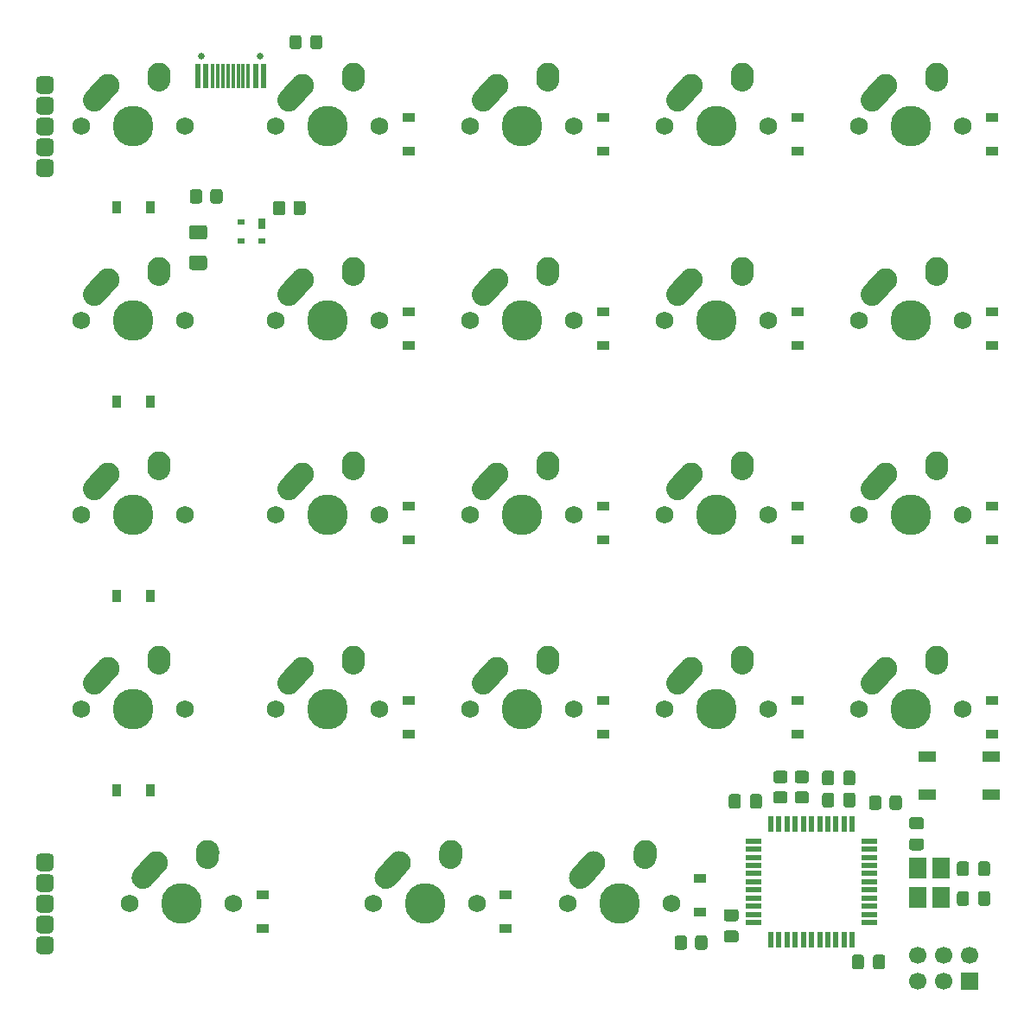
<source format=gbs>
%TF.GenerationSoftware,KiCad,Pcbnew,(5.1.12)-1*%
%TF.CreationDate,2022-01-06T16:35:48-05:00*%
%TF.ProjectId,gasket-2,6761736b-6574-42d3-922e-6b696361645f,rev?*%
%TF.SameCoordinates,Original*%
%TF.FileFunction,Soldermask,Bot*%
%TF.FilePolarity,Negative*%
%FSLAX46Y46*%
G04 Gerber Fmt 4.6, Leading zero omitted, Abs format (unit mm)*
G04 Created by KiCad (PCBNEW (5.1.12)-1) date 2022-01-06 16:35:48*
%MOMM*%
%LPD*%
G01*
G04 APERTURE LIST*
%ADD10C,1.750000*%
%ADD11C,2.250000*%
%ADD12C,3.987800*%
%ADD13R,1.800000X2.100000*%
%ADD14R,0.600000X2.450000*%
%ADD15R,0.300000X2.450000*%
%ADD16C,0.650000*%
%ADD17R,0.700000X0.600000*%
%ADD18R,0.700000X1.000000*%
%ADD19R,0.550000X1.500000*%
%ADD20R,1.500000X0.550000*%
%ADD21R,1.800000X1.100000*%
%ADD22R,1.700000X1.700000*%
%ADD23C,1.700000*%
%ADD24R,1.200000X0.900000*%
%ADD25R,0.900000X1.200000*%
G04 APERTURE END LIST*
D10*
%TO.C,MX25*%
X131286250Y-50006250D03*
X121126250Y-50006250D03*
D11*
X123706250Y-46006250D03*
D12*
X126206250Y-50006250D03*
G36*
G01*
X121644938Y-48303600D02*
X121644933Y-48303595D01*
G75*
G02*
X121558905Y-46714933I751317J837345D01*
G01*
X122868907Y-45254933D01*
G75*
G02*
X124457569Y-45168905I837345J-751317D01*
G01*
X124457569Y-45168905D01*
G75*
G02*
X124543597Y-46757567I-751317J-837345D01*
G01*
X123233595Y-48217567D01*
G75*
G02*
X121644933Y-48303595I-837345J751317D01*
G01*
G37*
D11*
X128746250Y-44926250D03*
G36*
G01*
X128629733Y-46628645D02*
X128628847Y-46628584D01*
G75*
G02*
X127583916Y-45428847I77403J1122334D01*
G01*
X127623916Y-44848847D01*
G75*
G02*
X128823653Y-43803916I1122334J-77403D01*
G01*
X128823653Y-43803916D01*
G75*
G02*
X129868584Y-45003653I-77403J-1122334D01*
G01*
X129828584Y-45583653D01*
G75*
G02*
X128628847Y-46628584I-1122334J77403D01*
G01*
G37*
%TD*%
D10*
%TO.C,MX26*%
X131286250Y-69056250D03*
X121126250Y-69056250D03*
D11*
X123706250Y-65056250D03*
D12*
X126206250Y-69056250D03*
G36*
G01*
X121644938Y-67353600D02*
X121644933Y-67353595D01*
G75*
G02*
X121558905Y-65764933I751317J837345D01*
G01*
X122868907Y-64304933D01*
G75*
G02*
X124457569Y-64218905I837345J-751317D01*
G01*
X124457569Y-64218905D01*
G75*
G02*
X124543597Y-65807567I-751317J-837345D01*
G01*
X123233595Y-67267567D01*
G75*
G02*
X121644933Y-67353595I-837345J751317D01*
G01*
G37*
D11*
X128746250Y-63976250D03*
G36*
G01*
X128629733Y-65678645D02*
X128628847Y-65678584D01*
G75*
G02*
X127583916Y-64478847I77403J1122334D01*
G01*
X127623916Y-63898847D01*
G75*
G02*
X128823653Y-62853916I1122334J-77403D01*
G01*
X128823653Y-62853916D01*
G75*
G02*
X129868584Y-64053653I-77403J-1122334D01*
G01*
X129828584Y-64633653D01*
G75*
G02*
X128628847Y-65678584I-1122334J77403D01*
G01*
G37*
%TD*%
%TO.C,M2*%
G36*
G01*
X118418300Y-102685850D02*
X118418300Y-103562150D01*
G75*
G02*
X117980150Y-104000300I-438150J0D01*
G01*
X117103850Y-104000300D01*
G75*
G02*
X116665700Y-103562150I0J438150D01*
G01*
X116665700Y-102685850D01*
G75*
G02*
X117103850Y-102247700I438150J0D01*
G01*
X117980150Y-102247700D01*
G75*
G02*
X118418300Y-102685850I0J-438150D01*
G01*
G37*
G36*
G01*
X118418300Y-104717850D02*
X118418300Y-105594150D01*
G75*
G02*
X117980150Y-106032300I-438150J0D01*
G01*
X117103850Y-106032300D01*
G75*
G02*
X116665700Y-105594150I0J438150D01*
G01*
X116665700Y-104717850D01*
G75*
G02*
X117103850Y-104279700I438150J0D01*
G01*
X117980150Y-104279700D01*
G75*
G02*
X118418300Y-104717850I0J-438150D01*
G01*
G37*
G36*
G01*
X118418300Y-106749850D02*
X118418300Y-107626150D01*
G75*
G02*
X117980150Y-108064300I-438150J0D01*
G01*
X117103850Y-108064300D01*
G75*
G02*
X116665700Y-107626150I0J438150D01*
G01*
X116665700Y-106749850D01*
G75*
G02*
X117103850Y-106311700I438150J0D01*
G01*
X117980150Y-106311700D01*
G75*
G02*
X118418300Y-106749850I0J-438150D01*
G01*
G37*
G36*
G01*
X118418300Y-108781850D02*
X118418300Y-109658150D01*
G75*
G02*
X117980150Y-110096300I-438150J0D01*
G01*
X117103850Y-110096300D01*
G75*
G02*
X116665700Y-109658150I0J438150D01*
G01*
X116665700Y-108781850D01*
G75*
G02*
X117103850Y-108343700I438150J0D01*
G01*
X117980150Y-108343700D01*
G75*
G02*
X118418300Y-108781850I0J-438150D01*
G01*
G37*
G36*
G01*
X118418300Y-110813850D02*
X118418300Y-111690150D01*
G75*
G02*
X117980150Y-112128300I-438150J0D01*
G01*
X117103850Y-112128300D01*
G75*
G02*
X116665700Y-111690150I0J438150D01*
G01*
X116665700Y-110813850D01*
G75*
G02*
X117103850Y-110375700I438150J0D01*
G01*
X117980150Y-110375700D01*
G75*
G02*
X118418300Y-110813850I0J-438150D01*
G01*
G37*
%TD*%
%TO.C,M1*%
G36*
G01*
X116663700Y-35490150D02*
X116663700Y-34613850D01*
G75*
G02*
X117101850Y-34175700I438150J0D01*
G01*
X117978150Y-34175700D01*
G75*
G02*
X118416300Y-34613850I0J-438150D01*
G01*
X118416300Y-35490150D01*
G75*
G02*
X117978150Y-35928300I-438150J0D01*
G01*
X117101850Y-35928300D01*
G75*
G02*
X116663700Y-35490150I0J438150D01*
G01*
G37*
G36*
G01*
X116663700Y-33458150D02*
X116663700Y-32581850D01*
G75*
G02*
X117101850Y-32143700I438150J0D01*
G01*
X117978150Y-32143700D01*
G75*
G02*
X118416300Y-32581850I0J-438150D01*
G01*
X118416300Y-33458150D01*
G75*
G02*
X117978150Y-33896300I-438150J0D01*
G01*
X117101850Y-33896300D01*
G75*
G02*
X116663700Y-33458150I0J438150D01*
G01*
G37*
G36*
G01*
X116663700Y-31426150D02*
X116663700Y-30549850D01*
G75*
G02*
X117101850Y-30111700I438150J0D01*
G01*
X117978150Y-30111700D01*
G75*
G02*
X118416300Y-30549850I0J-438150D01*
G01*
X118416300Y-31426150D01*
G75*
G02*
X117978150Y-31864300I-438150J0D01*
G01*
X117101850Y-31864300D01*
G75*
G02*
X116663700Y-31426150I0J438150D01*
G01*
G37*
G36*
G01*
X116663700Y-29394150D02*
X116663700Y-28517850D01*
G75*
G02*
X117101850Y-28079700I438150J0D01*
G01*
X117978150Y-28079700D01*
G75*
G02*
X118416300Y-28517850I0J-438150D01*
G01*
X118416300Y-29394150D01*
G75*
G02*
X117978150Y-29832300I-438150J0D01*
G01*
X117101850Y-29832300D01*
G75*
G02*
X116663700Y-29394150I0J438150D01*
G01*
G37*
G36*
G01*
X116663700Y-27362150D02*
X116663700Y-26485850D01*
G75*
G02*
X117101850Y-26047700I438150J0D01*
G01*
X117978150Y-26047700D01*
G75*
G02*
X118416300Y-26485850I0J-438150D01*
G01*
X118416300Y-27362150D01*
G75*
G02*
X117978150Y-27800300I-438150J0D01*
G01*
X117101850Y-27800300D01*
G75*
G02*
X116663700Y-27362150I0J438150D01*
G01*
G37*
%TD*%
D10*
%TO.C,MX24*%
X131286250Y-30956250D03*
X121126250Y-30956250D03*
D11*
X123706250Y-26956250D03*
D12*
X126206250Y-30956250D03*
G36*
G01*
X121644938Y-29253600D02*
X121644933Y-29253595D01*
G75*
G02*
X121558905Y-27664933I751317J837345D01*
G01*
X122868907Y-26204933D01*
G75*
G02*
X124457569Y-26118905I837345J-751317D01*
G01*
X124457569Y-26118905D01*
G75*
G02*
X124543597Y-27707567I-751317J-837345D01*
G01*
X123233595Y-29167567D01*
G75*
G02*
X121644933Y-29253595I-837345J751317D01*
G01*
G37*
D11*
X128746250Y-25876250D03*
G36*
G01*
X128629733Y-27578645D02*
X128628847Y-27578584D01*
G75*
G02*
X127583916Y-26378847I77403J1122334D01*
G01*
X127623916Y-25798847D01*
G75*
G02*
X128823653Y-24753916I1122334J-77403D01*
G01*
X128823653Y-24753916D01*
G75*
G02*
X129868584Y-25953653I-77403J-1122334D01*
G01*
X129828584Y-26533653D01*
G75*
G02*
X128628847Y-27578584I-1122334J77403D01*
G01*
G37*
%TD*%
%TO.C,FB1*%
G36*
G01*
X142670000Y-22282999D02*
X142670000Y-23183001D01*
G75*
G02*
X142420001Y-23433000I-249999J0D01*
G01*
X141769999Y-23433000D01*
G75*
G02*
X141520000Y-23183001I0J249999D01*
G01*
X141520000Y-22282999D01*
G75*
G02*
X141769999Y-22033000I249999J0D01*
G01*
X142420001Y-22033000D01*
G75*
G02*
X142670000Y-22282999I0J-249999D01*
G01*
G37*
G36*
G01*
X144720000Y-22282999D02*
X144720000Y-23183001D01*
G75*
G02*
X144470001Y-23433000I-249999J0D01*
G01*
X143819999Y-23433000D01*
G75*
G02*
X143570000Y-23183001I0J249999D01*
G01*
X143570000Y-22282999D01*
G75*
G02*
X143819999Y-22033000I249999J0D01*
G01*
X144470001Y-22033000D01*
G75*
G02*
X144720000Y-22282999I0J-249999D01*
G01*
G37*
%TD*%
D10*
%TO.C,MX46*%
X207486250Y-88106250D03*
X197326250Y-88106250D03*
D11*
X199906250Y-84106250D03*
D12*
X202406250Y-88106250D03*
G36*
G01*
X197844938Y-86403600D02*
X197844933Y-86403595D01*
G75*
G02*
X197758905Y-84814933I751317J837345D01*
G01*
X199068907Y-83354933D01*
G75*
G02*
X200657569Y-83268905I837345J-751317D01*
G01*
X200657569Y-83268905D01*
G75*
G02*
X200743597Y-84857567I-751317J-837345D01*
G01*
X199433595Y-86317567D01*
G75*
G02*
X197844933Y-86403595I-837345J751317D01*
G01*
G37*
D11*
X204946250Y-83026250D03*
G36*
G01*
X204829733Y-84728645D02*
X204828847Y-84728584D01*
G75*
G02*
X203783916Y-83528847I77403J1122334D01*
G01*
X203823916Y-82948847D01*
G75*
G02*
X205023653Y-81903916I1122334J-77403D01*
G01*
X205023653Y-81903916D01*
G75*
G02*
X206068584Y-83103653I-77403J-1122334D01*
G01*
X206028584Y-83683653D01*
G75*
G02*
X204828847Y-84728584I-1122334J77403D01*
G01*
G37*
%TD*%
D10*
%TO.C,MX42*%
X188436250Y-88106250D03*
X178276250Y-88106250D03*
D11*
X180856250Y-84106250D03*
D12*
X183356250Y-88106250D03*
G36*
G01*
X178794938Y-86403600D02*
X178794933Y-86403595D01*
G75*
G02*
X178708905Y-84814933I751317J837345D01*
G01*
X180018907Y-83354933D01*
G75*
G02*
X181607569Y-83268905I837345J-751317D01*
G01*
X181607569Y-83268905D01*
G75*
G02*
X181693597Y-84857567I-751317J-837345D01*
G01*
X180383595Y-86317567D01*
G75*
G02*
X178794933Y-86403595I-837345J751317D01*
G01*
G37*
D11*
X185896250Y-83026250D03*
G36*
G01*
X185779733Y-84728645D02*
X185778847Y-84728584D01*
G75*
G02*
X184733916Y-83528847I77403J1122334D01*
G01*
X184773916Y-82948847D01*
G75*
G02*
X185973653Y-81903916I1122334J-77403D01*
G01*
X185973653Y-81903916D01*
G75*
G02*
X187018584Y-83103653I-77403J-1122334D01*
G01*
X186978584Y-83683653D01*
G75*
G02*
X185778847Y-84728584I-1122334J77403D01*
G01*
G37*
%TD*%
D10*
%TO.C,MX39*%
X188436250Y-30956250D03*
X178276250Y-30956250D03*
D11*
X180856250Y-26956250D03*
D12*
X183356250Y-30956250D03*
G36*
G01*
X178794938Y-29253600D02*
X178794933Y-29253595D01*
G75*
G02*
X178708905Y-27664933I751317J837345D01*
G01*
X180018907Y-26204933D01*
G75*
G02*
X181607569Y-26118905I837345J-751317D01*
G01*
X181607569Y-26118905D01*
G75*
G02*
X181693597Y-27707567I-751317J-837345D01*
G01*
X180383595Y-29167567D01*
G75*
G02*
X178794933Y-29253595I-837345J751317D01*
G01*
G37*
D11*
X185896250Y-25876250D03*
G36*
G01*
X185779733Y-27578645D02*
X185778847Y-27578584D01*
G75*
G02*
X184733916Y-26378847I77403J1122334D01*
G01*
X184773916Y-25798847D01*
G75*
G02*
X185973653Y-24753916I1122334J-77403D01*
G01*
X185973653Y-24753916D01*
G75*
G02*
X187018584Y-25953653I-77403J-1122334D01*
G01*
X186978584Y-26533653D01*
G75*
G02*
X185778847Y-27578584I-1122334J77403D01*
G01*
G37*
%TD*%
D13*
%TO.C,Y1*%
X203066000Y-106606000D03*
X203066000Y-103706000D03*
X205366000Y-103706000D03*
X205366000Y-106606000D03*
%TD*%
D14*
%TO.C,USB1*%
X138956250Y-26021250D03*
X132506250Y-26021250D03*
X138181250Y-26021250D03*
X133281250Y-26021250D03*
D15*
X133981250Y-26021250D03*
X137481250Y-26021250D03*
X134481250Y-26021250D03*
X136981250Y-26021250D03*
X134981250Y-26021250D03*
X136481250Y-26021250D03*
X135981250Y-26021250D03*
X135481250Y-26021250D03*
D16*
X138621250Y-24076250D03*
X132841250Y-24076250D03*
%TD*%
D17*
%TO.C,U2*%
X136763250Y-42225000D03*
X138763250Y-42225000D03*
X136763250Y-40325000D03*
D18*
X138763250Y-40525000D03*
%TD*%
D19*
%TO.C,U1*%
X188659000Y-99329000D03*
X189459000Y-99329000D03*
X190259000Y-99329000D03*
X191059000Y-99329000D03*
X191859000Y-99329000D03*
X192659000Y-99329000D03*
X193459000Y-99329000D03*
X194259000Y-99329000D03*
X195059000Y-99329000D03*
X195859000Y-99329000D03*
X196659000Y-99329000D03*
D20*
X198359000Y-101029000D03*
X198359000Y-101829000D03*
X198359000Y-102629000D03*
X198359000Y-103429000D03*
X198359000Y-104229000D03*
X198359000Y-105029000D03*
X198359000Y-105829000D03*
X198359000Y-106629000D03*
X198359000Y-107429000D03*
X198359000Y-108229000D03*
X198359000Y-109029000D03*
D19*
X196659000Y-110729000D03*
X195859000Y-110729000D03*
X195059000Y-110729000D03*
X194259000Y-110729000D03*
X193459000Y-110729000D03*
X192659000Y-110729000D03*
X191859000Y-110729000D03*
X191059000Y-110729000D03*
X190259000Y-110729000D03*
X189459000Y-110729000D03*
X188659000Y-110729000D03*
D20*
X186959000Y-109029000D03*
X186959000Y-108229000D03*
X186959000Y-107429000D03*
X186959000Y-106629000D03*
X186959000Y-105829000D03*
X186959000Y-105029000D03*
X186959000Y-104229000D03*
X186959000Y-103429000D03*
X186959000Y-102629000D03*
X186959000Y-101829000D03*
X186959000Y-101029000D03*
%TD*%
D21*
%TO.C,SW1*%
X210237000Y-92765000D03*
X204037000Y-92765000D03*
X210237000Y-96465000D03*
X204037000Y-96465000D03*
%TD*%
%TO.C,R6*%
G36*
G01*
X192157001Y-97358000D02*
X191256999Y-97358000D01*
G75*
G02*
X191007000Y-97108001I0J249999D01*
G01*
X191007000Y-96407999D01*
G75*
G02*
X191256999Y-96158000I249999J0D01*
G01*
X192157001Y-96158000D01*
G75*
G02*
X192407000Y-96407999I0J-249999D01*
G01*
X192407000Y-97108001D01*
G75*
G02*
X192157001Y-97358000I-249999J0D01*
G01*
G37*
G36*
G01*
X192157001Y-95358000D02*
X191256999Y-95358000D01*
G75*
G02*
X191007000Y-95108001I0J249999D01*
G01*
X191007000Y-94407999D01*
G75*
G02*
X191256999Y-94158000I249999J0D01*
G01*
X192157001Y-94158000D01*
G75*
G02*
X192407000Y-94407999I0J-249999D01*
G01*
X192407000Y-95108001D01*
G75*
G02*
X192157001Y-95358000I-249999J0D01*
G01*
G37*
%TD*%
%TO.C,R5*%
G36*
G01*
X190061001Y-97358000D02*
X189160999Y-97358000D01*
G75*
G02*
X188911000Y-97108001I0J249999D01*
G01*
X188911000Y-96407999D01*
G75*
G02*
X189160999Y-96158000I249999J0D01*
G01*
X190061001Y-96158000D01*
G75*
G02*
X190311000Y-96407999I0J-249999D01*
G01*
X190311000Y-97108001D01*
G75*
G02*
X190061001Y-97358000I-249999J0D01*
G01*
G37*
G36*
G01*
X190061001Y-95358000D02*
X189160999Y-95358000D01*
G75*
G02*
X188911000Y-95108001I0J249999D01*
G01*
X188911000Y-94407999D01*
G75*
G02*
X189160999Y-94158000I249999J0D01*
G01*
X190061001Y-94158000D01*
G75*
G02*
X190311000Y-94407999I0J-249999D01*
G01*
X190311000Y-95108001D01*
G75*
G02*
X190061001Y-95358000I-249999J0D01*
G01*
G37*
%TD*%
%TO.C,R4*%
G36*
G01*
X132950000Y-37395999D02*
X132950000Y-38296001D01*
G75*
G02*
X132700001Y-38546000I-249999J0D01*
G01*
X131999999Y-38546000D01*
G75*
G02*
X131750000Y-38296001I0J249999D01*
G01*
X131750000Y-37395999D01*
G75*
G02*
X131999999Y-37146000I249999J0D01*
G01*
X132700001Y-37146000D01*
G75*
G02*
X132950000Y-37395999I0J-249999D01*
G01*
G37*
G36*
G01*
X134950000Y-37395999D02*
X134950000Y-38296001D01*
G75*
G02*
X134700001Y-38546000I-249999J0D01*
G01*
X133999999Y-38546000D01*
G75*
G02*
X133750000Y-38296001I0J249999D01*
G01*
X133750000Y-37395999D01*
G75*
G02*
X133999999Y-37146000I249999J0D01*
G01*
X134700001Y-37146000D01*
G75*
G02*
X134950000Y-37395999I0J-249999D01*
G01*
G37*
%TD*%
%TO.C,R3*%
G36*
G01*
X141894000Y-39439001D02*
X141894000Y-38538999D01*
G75*
G02*
X142143999Y-38289000I249999J0D01*
G01*
X142844001Y-38289000D01*
G75*
G02*
X143094000Y-38538999I0J-249999D01*
G01*
X143094000Y-39439001D01*
G75*
G02*
X142844001Y-39689000I-249999J0D01*
G01*
X142143999Y-39689000D01*
G75*
G02*
X141894000Y-39439001I0J249999D01*
G01*
G37*
G36*
G01*
X139894000Y-39439001D02*
X139894000Y-38538999D01*
G75*
G02*
X140143999Y-38289000I249999J0D01*
G01*
X140844001Y-38289000D01*
G75*
G02*
X141094000Y-38538999I0J-249999D01*
G01*
X141094000Y-39439001D01*
G75*
G02*
X140844001Y-39689000I-249999J0D01*
G01*
X140143999Y-39689000D01*
G75*
G02*
X139894000Y-39439001I0J249999D01*
G01*
G37*
%TD*%
%TO.C,R2*%
G36*
G01*
X179248000Y-111448001D02*
X179248000Y-110547999D01*
G75*
G02*
X179497999Y-110298000I249999J0D01*
G01*
X180198001Y-110298000D01*
G75*
G02*
X180448000Y-110547999I0J-249999D01*
G01*
X180448000Y-111448001D01*
G75*
G02*
X180198001Y-111698000I-249999J0D01*
G01*
X179497999Y-111698000D01*
G75*
G02*
X179248000Y-111448001I0J249999D01*
G01*
G37*
G36*
G01*
X181248000Y-111448001D02*
X181248000Y-110547999D01*
G75*
G02*
X181497999Y-110298000I249999J0D01*
G01*
X182198001Y-110298000D01*
G75*
G02*
X182448000Y-110547999I0J-249999D01*
G01*
X182448000Y-111448001D01*
G75*
G02*
X182198001Y-111698000I-249999J0D01*
G01*
X181497999Y-111698000D01*
G75*
G02*
X181248000Y-111448001I0J249999D01*
G01*
G37*
%TD*%
%TO.C,R1*%
G36*
G01*
X201498000Y-96831999D02*
X201498000Y-97732001D01*
G75*
G02*
X201248001Y-97982000I-249999J0D01*
G01*
X200547999Y-97982000D01*
G75*
G02*
X200298000Y-97732001I0J249999D01*
G01*
X200298000Y-96831999D01*
G75*
G02*
X200547999Y-96582000I249999J0D01*
G01*
X201248001Y-96582000D01*
G75*
G02*
X201498000Y-96831999I0J-249999D01*
G01*
G37*
G36*
G01*
X199498000Y-96831999D02*
X199498000Y-97732001D01*
G75*
G02*
X199248001Y-97982000I-249999J0D01*
G01*
X198547999Y-97982000D01*
G75*
G02*
X198298000Y-97732001I0J249999D01*
G01*
X198298000Y-96831999D01*
G75*
G02*
X198547999Y-96582000I249999J0D01*
G01*
X199248001Y-96582000D01*
G75*
G02*
X199498000Y-96831999I0J-249999D01*
G01*
G37*
%TD*%
D10*
%TO.C,MX45*%
X207486250Y-69056250D03*
X197326250Y-69056250D03*
D11*
X199906250Y-65056250D03*
D12*
X202406250Y-69056250D03*
G36*
G01*
X197844938Y-67353600D02*
X197844933Y-67353595D01*
G75*
G02*
X197758905Y-65764933I751317J837345D01*
G01*
X199068907Y-64304933D01*
G75*
G02*
X200657569Y-64218905I837345J-751317D01*
G01*
X200657569Y-64218905D01*
G75*
G02*
X200743597Y-65807567I-751317J-837345D01*
G01*
X199433595Y-67267567D01*
G75*
G02*
X197844933Y-67353595I-837345J751317D01*
G01*
G37*
D11*
X204946250Y-63976250D03*
G36*
G01*
X204829733Y-65678645D02*
X204828847Y-65678584D01*
G75*
G02*
X203783916Y-64478847I77403J1122334D01*
G01*
X203823916Y-63898847D01*
G75*
G02*
X205023653Y-62853916I1122334J-77403D01*
G01*
X205023653Y-62853916D01*
G75*
G02*
X206068584Y-64053653I-77403J-1122334D01*
G01*
X206028584Y-64633653D01*
G75*
G02*
X204828847Y-65678584I-1122334J77403D01*
G01*
G37*
%TD*%
D10*
%TO.C,MX44*%
X207486250Y-50006250D03*
X197326250Y-50006250D03*
D11*
X199906250Y-46006250D03*
D12*
X202406250Y-50006250D03*
G36*
G01*
X197844938Y-48303600D02*
X197844933Y-48303595D01*
G75*
G02*
X197758905Y-46714933I751317J837345D01*
G01*
X199068907Y-45254933D01*
G75*
G02*
X200657569Y-45168905I837345J-751317D01*
G01*
X200657569Y-45168905D01*
G75*
G02*
X200743597Y-46757567I-751317J-837345D01*
G01*
X199433595Y-48217567D01*
G75*
G02*
X197844933Y-48303595I-837345J751317D01*
G01*
G37*
D11*
X204946250Y-44926250D03*
G36*
G01*
X204829733Y-46628645D02*
X204828847Y-46628584D01*
G75*
G02*
X203783916Y-45428847I77403J1122334D01*
G01*
X203823916Y-44848847D01*
G75*
G02*
X205023653Y-43803916I1122334J-77403D01*
G01*
X205023653Y-43803916D01*
G75*
G02*
X206068584Y-45003653I-77403J-1122334D01*
G01*
X206028584Y-45583653D01*
G75*
G02*
X204828847Y-46628584I-1122334J77403D01*
G01*
G37*
%TD*%
D10*
%TO.C,MX43*%
X207486250Y-30956250D03*
X197326250Y-30956250D03*
D11*
X199906250Y-26956250D03*
D12*
X202406250Y-30956250D03*
G36*
G01*
X197844938Y-29253600D02*
X197844933Y-29253595D01*
G75*
G02*
X197758905Y-27664933I751317J837345D01*
G01*
X199068907Y-26204933D01*
G75*
G02*
X200657569Y-26118905I837345J-751317D01*
G01*
X200657569Y-26118905D01*
G75*
G02*
X200743597Y-27707567I-751317J-837345D01*
G01*
X199433595Y-29167567D01*
G75*
G02*
X197844933Y-29253595I-837345J751317D01*
G01*
G37*
D11*
X204946250Y-25876250D03*
G36*
G01*
X204829733Y-27578645D02*
X204828847Y-27578584D01*
G75*
G02*
X203783916Y-26378847I77403J1122334D01*
G01*
X203823916Y-25798847D01*
G75*
G02*
X205023653Y-24753916I1122334J-77403D01*
G01*
X205023653Y-24753916D01*
G75*
G02*
X206068584Y-25953653I-77403J-1122334D01*
G01*
X206028584Y-26533653D01*
G75*
G02*
X204828847Y-27578584I-1122334J77403D01*
G01*
G37*
%TD*%
D10*
%TO.C,MX41*%
X188436250Y-69056250D03*
X178276250Y-69056250D03*
D11*
X180856250Y-65056250D03*
D12*
X183356250Y-69056250D03*
G36*
G01*
X178794938Y-67353600D02*
X178794933Y-67353595D01*
G75*
G02*
X178708905Y-65764933I751317J837345D01*
G01*
X180018907Y-64304933D01*
G75*
G02*
X181607569Y-64218905I837345J-751317D01*
G01*
X181607569Y-64218905D01*
G75*
G02*
X181693597Y-65807567I-751317J-837345D01*
G01*
X180383595Y-67267567D01*
G75*
G02*
X178794933Y-67353595I-837345J751317D01*
G01*
G37*
D11*
X185896250Y-63976250D03*
G36*
G01*
X185779733Y-65678645D02*
X185778847Y-65678584D01*
G75*
G02*
X184733916Y-64478847I77403J1122334D01*
G01*
X184773916Y-63898847D01*
G75*
G02*
X185973653Y-62853916I1122334J-77403D01*
G01*
X185973653Y-62853916D01*
G75*
G02*
X187018584Y-64053653I-77403J-1122334D01*
G01*
X186978584Y-64633653D01*
G75*
G02*
X185778847Y-65678584I-1122334J77403D01*
G01*
G37*
%TD*%
D10*
%TO.C,MX40*%
X188436250Y-50006250D03*
X178276250Y-50006250D03*
D11*
X180856250Y-46006250D03*
D12*
X183356250Y-50006250D03*
G36*
G01*
X178794938Y-48303600D02*
X178794933Y-48303595D01*
G75*
G02*
X178708905Y-46714933I751317J837345D01*
G01*
X180018907Y-45254933D01*
G75*
G02*
X181607569Y-45168905I837345J-751317D01*
G01*
X181607569Y-45168905D01*
G75*
G02*
X181693597Y-46757567I-751317J-837345D01*
G01*
X180383595Y-48217567D01*
G75*
G02*
X178794933Y-48303595I-837345J751317D01*
G01*
G37*
D11*
X185896250Y-44926250D03*
G36*
G01*
X185779733Y-46628645D02*
X185778847Y-46628584D01*
G75*
G02*
X184733916Y-45428847I77403J1122334D01*
G01*
X184773916Y-44848847D01*
G75*
G02*
X185973653Y-43803916I1122334J-77403D01*
G01*
X185973653Y-43803916D01*
G75*
G02*
X187018584Y-45003653I-77403J-1122334D01*
G01*
X186978584Y-45583653D01*
G75*
G02*
X185778847Y-46628584I-1122334J77403D01*
G01*
G37*
%TD*%
D10*
%TO.C,MX38*%
X178911250Y-107156250D03*
X168751250Y-107156250D03*
D11*
X171331250Y-103156250D03*
D12*
X173831250Y-107156250D03*
G36*
G01*
X169269938Y-105453600D02*
X169269933Y-105453595D01*
G75*
G02*
X169183905Y-103864933I751317J837345D01*
G01*
X170493907Y-102404933D01*
G75*
G02*
X172082569Y-102318905I837345J-751317D01*
G01*
X172082569Y-102318905D01*
G75*
G02*
X172168597Y-103907567I-751317J-837345D01*
G01*
X170858595Y-105367567D01*
G75*
G02*
X169269933Y-105453595I-837345J751317D01*
G01*
G37*
D11*
X176371250Y-102076250D03*
G36*
G01*
X176254733Y-103778645D02*
X176253847Y-103778584D01*
G75*
G02*
X175208916Y-102578847I77403J1122334D01*
G01*
X175248916Y-101998847D01*
G75*
G02*
X176448653Y-100953916I1122334J-77403D01*
G01*
X176448653Y-100953916D01*
G75*
G02*
X177493584Y-102153653I-77403J-1122334D01*
G01*
X177453584Y-102733653D01*
G75*
G02*
X176253847Y-103778584I-1122334J77403D01*
G01*
G37*
%TD*%
D10*
%TO.C,MX37*%
X169386250Y-88106250D03*
X159226250Y-88106250D03*
D11*
X161806250Y-84106250D03*
D12*
X164306250Y-88106250D03*
G36*
G01*
X159744938Y-86403600D02*
X159744933Y-86403595D01*
G75*
G02*
X159658905Y-84814933I751317J837345D01*
G01*
X160968907Y-83354933D01*
G75*
G02*
X162557569Y-83268905I837345J-751317D01*
G01*
X162557569Y-83268905D01*
G75*
G02*
X162643597Y-84857567I-751317J-837345D01*
G01*
X161333595Y-86317567D01*
G75*
G02*
X159744933Y-86403595I-837345J751317D01*
G01*
G37*
D11*
X166846250Y-83026250D03*
G36*
G01*
X166729733Y-84728645D02*
X166728847Y-84728584D01*
G75*
G02*
X165683916Y-83528847I77403J1122334D01*
G01*
X165723916Y-82948847D01*
G75*
G02*
X166923653Y-81903916I1122334J-77403D01*
G01*
X166923653Y-81903916D01*
G75*
G02*
X167968584Y-83103653I-77403J-1122334D01*
G01*
X167928584Y-83683653D01*
G75*
G02*
X166728847Y-84728584I-1122334J77403D01*
G01*
G37*
%TD*%
D10*
%TO.C,MX36*%
X169386250Y-69056250D03*
X159226250Y-69056250D03*
D11*
X161806250Y-65056250D03*
D12*
X164306250Y-69056250D03*
G36*
G01*
X159744938Y-67353600D02*
X159744933Y-67353595D01*
G75*
G02*
X159658905Y-65764933I751317J837345D01*
G01*
X160968907Y-64304933D01*
G75*
G02*
X162557569Y-64218905I837345J-751317D01*
G01*
X162557569Y-64218905D01*
G75*
G02*
X162643597Y-65807567I-751317J-837345D01*
G01*
X161333595Y-67267567D01*
G75*
G02*
X159744933Y-67353595I-837345J751317D01*
G01*
G37*
D11*
X166846250Y-63976250D03*
G36*
G01*
X166729733Y-65678645D02*
X166728847Y-65678584D01*
G75*
G02*
X165683916Y-64478847I77403J1122334D01*
G01*
X165723916Y-63898847D01*
G75*
G02*
X166923653Y-62853916I1122334J-77403D01*
G01*
X166923653Y-62853916D01*
G75*
G02*
X167968584Y-64053653I-77403J-1122334D01*
G01*
X167928584Y-64633653D01*
G75*
G02*
X166728847Y-65678584I-1122334J77403D01*
G01*
G37*
%TD*%
D10*
%TO.C,MX35*%
X169386250Y-50006250D03*
X159226250Y-50006250D03*
D11*
X161806250Y-46006250D03*
D12*
X164306250Y-50006250D03*
G36*
G01*
X159744938Y-48303600D02*
X159744933Y-48303595D01*
G75*
G02*
X159658905Y-46714933I751317J837345D01*
G01*
X160968907Y-45254933D01*
G75*
G02*
X162557569Y-45168905I837345J-751317D01*
G01*
X162557569Y-45168905D01*
G75*
G02*
X162643597Y-46757567I-751317J-837345D01*
G01*
X161333595Y-48217567D01*
G75*
G02*
X159744933Y-48303595I-837345J751317D01*
G01*
G37*
D11*
X166846250Y-44926250D03*
G36*
G01*
X166729733Y-46628645D02*
X166728847Y-46628584D01*
G75*
G02*
X165683916Y-45428847I77403J1122334D01*
G01*
X165723916Y-44848847D01*
G75*
G02*
X166923653Y-43803916I1122334J-77403D01*
G01*
X166923653Y-43803916D01*
G75*
G02*
X167968584Y-45003653I-77403J-1122334D01*
G01*
X167928584Y-45583653D01*
G75*
G02*
X166728847Y-46628584I-1122334J77403D01*
G01*
G37*
%TD*%
D10*
%TO.C,MX34*%
X169386250Y-30956250D03*
X159226250Y-30956250D03*
D11*
X161806250Y-26956250D03*
D12*
X164306250Y-30956250D03*
G36*
G01*
X159744938Y-29253600D02*
X159744933Y-29253595D01*
G75*
G02*
X159658905Y-27664933I751317J837345D01*
G01*
X160968907Y-26204933D01*
G75*
G02*
X162557569Y-26118905I837345J-751317D01*
G01*
X162557569Y-26118905D01*
G75*
G02*
X162643597Y-27707567I-751317J-837345D01*
G01*
X161333595Y-29167567D01*
G75*
G02*
X159744933Y-29253595I-837345J751317D01*
G01*
G37*
D11*
X166846250Y-25876250D03*
G36*
G01*
X166729733Y-27578645D02*
X166728847Y-27578584D01*
G75*
G02*
X165683916Y-26378847I77403J1122334D01*
G01*
X165723916Y-25798847D01*
G75*
G02*
X166923653Y-24753916I1122334J-77403D01*
G01*
X166923653Y-24753916D01*
G75*
G02*
X167968584Y-25953653I-77403J-1122334D01*
G01*
X167928584Y-26533653D01*
G75*
G02*
X166728847Y-27578584I-1122334J77403D01*
G01*
G37*
%TD*%
D10*
%TO.C,MX33*%
X159861250Y-107156250D03*
X149701250Y-107156250D03*
D11*
X152281250Y-103156250D03*
D12*
X154781250Y-107156250D03*
G36*
G01*
X150219938Y-105453600D02*
X150219933Y-105453595D01*
G75*
G02*
X150133905Y-103864933I751317J837345D01*
G01*
X151443907Y-102404933D01*
G75*
G02*
X153032569Y-102318905I837345J-751317D01*
G01*
X153032569Y-102318905D01*
G75*
G02*
X153118597Y-103907567I-751317J-837345D01*
G01*
X151808595Y-105367567D01*
G75*
G02*
X150219933Y-105453595I-837345J751317D01*
G01*
G37*
D11*
X157321250Y-102076250D03*
G36*
G01*
X157204733Y-103778645D02*
X157203847Y-103778584D01*
G75*
G02*
X156158916Y-102578847I77403J1122334D01*
G01*
X156198916Y-101998847D01*
G75*
G02*
X157398653Y-100953916I1122334J-77403D01*
G01*
X157398653Y-100953916D01*
G75*
G02*
X158443584Y-102153653I-77403J-1122334D01*
G01*
X158403584Y-102733653D01*
G75*
G02*
X157203847Y-103778584I-1122334J77403D01*
G01*
G37*
%TD*%
D10*
%TO.C,MX32*%
X150336250Y-88106250D03*
X140176250Y-88106250D03*
D11*
X142756250Y-84106250D03*
D12*
X145256250Y-88106250D03*
G36*
G01*
X140694938Y-86403600D02*
X140694933Y-86403595D01*
G75*
G02*
X140608905Y-84814933I751317J837345D01*
G01*
X141918907Y-83354933D01*
G75*
G02*
X143507569Y-83268905I837345J-751317D01*
G01*
X143507569Y-83268905D01*
G75*
G02*
X143593597Y-84857567I-751317J-837345D01*
G01*
X142283595Y-86317567D01*
G75*
G02*
X140694933Y-86403595I-837345J751317D01*
G01*
G37*
D11*
X147796250Y-83026250D03*
G36*
G01*
X147679733Y-84728645D02*
X147678847Y-84728584D01*
G75*
G02*
X146633916Y-83528847I77403J1122334D01*
G01*
X146673916Y-82948847D01*
G75*
G02*
X147873653Y-81903916I1122334J-77403D01*
G01*
X147873653Y-81903916D01*
G75*
G02*
X148918584Y-83103653I-77403J-1122334D01*
G01*
X148878584Y-83683653D01*
G75*
G02*
X147678847Y-84728584I-1122334J77403D01*
G01*
G37*
%TD*%
D10*
%TO.C,MX31*%
X150336250Y-69056250D03*
X140176250Y-69056250D03*
D11*
X142756250Y-65056250D03*
D12*
X145256250Y-69056250D03*
G36*
G01*
X140694938Y-67353600D02*
X140694933Y-67353595D01*
G75*
G02*
X140608905Y-65764933I751317J837345D01*
G01*
X141918907Y-64304933D01*
G75*
G02*
X143507569Y-64218905I837345J-751317D01*
G01*
X143507569Y-64218905D01*
G75*
G02*
X143593597Y-65807567I-751317J-837345D01*
G01*
X142283595Y-67267567D01*
G75*
G02*
X140694933Y-67353595I-837345J751317D01*
G01*
G37*
D11*
X147796250Y-63976250D03*
G36*
G01*
X147679733Y-65678645D02*
X147678847Y-65678584D01*
G75*
G02*
X146633916Y-64478847I77403J1122334D01*
G01*
X146673916Y-63898847D01*
G75*
G02*
X147873653Y-62853916I1122334J-77403D01*
G01*
X147873653Y-62853916D01*
G75*
G02*
X148918584Y-64053653I-77403J-1122334D01*
G01*
X148878584Y-64633653D01*
G75*
G02*
X147678847Y-65678584I-1122334J77403D01*
G01*
G37*
%TD*%
D10*
%TO.C,MX30*%
X150336250Y-50006250D03*
X140176250Y-50006250D03*
D11*
X142756250Y-46006250D03*
D12*
X145256250Y-50006250D03*
G36*
G01*
X140694938Y-48303600D02*
X140694933Y-48303595D01*
G75*
G02*
X140608905Y-46714933I751317J837345D01*
G01*
X141918907Y-45254933D01*
G75*
G02*
X143507569Y-45168905I837345J-751317D01*
G01*
X143507569Y-45168905D01*
G75*
G02*
X143593597Y-46757567I-751317J-837345D01*
G01*
X142283595Y-48217567D01*
G75*
G02*
X140694933Y-48303595I-837345J751317D01*
G01*
G37*
D11*
X147796250Y-44926250D03*
G36*
G01*
X147679733Y-46628645D02*
X147678847Y-46628584D01*
G75*
G02*
X146633916Y-45428847I77403J1122334D01*
G01*
X146673916Y-44848847D01*
G75*
G02*
X147873653Y-43803916I1122334J-77403D01*
G01*
X147873653Y-43803916D01*
G75*
G02*
X148918584Y-45003653I-77403J-1122334D01*
G01*
X148878584Y-45583653D01*
G75*
G02*
X147678847Y-46628584I-1122334J77403D01*
G01*
G37*
%TD*%
D10*
%TO.C,MX29*%
X150336250Y-30956250D03*
X140176250Y-30956250D03*
D11*
X142756250Y-26956250D03*
D12*
X145256250Y-30956250D03*
G36*
G01*
X140694938Y-29253600D02*
X140694933Y-29253595D01*
G75*
G02*
X140608905Y-27664933I751317J837345D01*
G01*
X141918907Y-26204933D01*
G75*
G02*
X143507569Y-26118905I837345J-751317D01*
G01*
X143507569Y-26118905D01*
G75*
G02*
X143593597Y-27707567I-751317J-837345D01*
G01*
X142283595Y-29167567D01*
G75*
G02*
X140694933Y-29253595I-837345J751317D01*
G01*
G37*
D11*
X147796250Y-25876250D03*
G36*
G01*
X147679733Y-27578645D02*
X147678847Y-27578584D01*
G75*
G02*
X146633916Y-26378847I77403J1122334D01*
G01*
X146673916Y-25798847D01*
G75*
G02*
X147873653Y-24753916I1122334J-77403D01*
G01*
X147873653Y-24753916D01*
G75*
G02*
X148918584Y-25953653I-77403J-1122334D01*
G01*
X148878584Y-26533653D01*
G75*
G02*
X147678847Y-27578584I-1122334J77403D01*
G01*
G37*
%TD*%
D10*
%TO.C,MX28*%
X136048750Y-107156250D03*
X125888750Y-107156250D03*
D11*
X128468750Y-103156250D03*
D12*
X130968750Y-107156250D03*
G36*
G01*
X126407438Y-105453600D02*
X126407433Y-105453595D01*
G75*
G02*
X126321405Y-103864933I751317J837345D01*
G01*
X127631407Y-102404933D01*
G75*
G02*
X129220069Y-102318905I837345J-751317D01*
G01*
X129220069Y-102318905D01*
G75*
G02*
X129306097Y-103907567I-751317J-837345D01*
G01*
X127996095Y-105367567D01*
G75*
G02*
X126407433Y-105453595I-837345J751317D01*
G01*
G37*
D11*
X133508750Y-102076250D03*
G36*
G01*
X133392233Y-103778645D02*
X133391347Y-103778584D01*
G75*
G02*
X132346416Y-102578847I77403J1122334D01*
G01*
X132386416Y-101998847D01*
G75*
G02*
X133586153Y-100953916I1122334J-77403D01*
G01*
X133586153Y-100953916D01*
G75*
G02*
X134631084Y-102153653I-77403J-1122334D01*
G01*
X134591084Y-102733653D01*
G75*
G02*
X133391347Y-103778584I-1122334J77403D01*
G01*
G37*
%TD*%
D10*
%TO.C,MX27*%
X131286250Y-88106250D03*
X121126250Y-88106250D03*
D11*
X123706250Y-84106250D03*
D12*
X126206250Y-88106250D03*
G36*
G01*
X121644938Y-86403600D02*
X121644933Y-86403595D01*
G75*
G02*
X121558905Y-84814933I751317J837345D01*
G01*
X122868907Y-83354933D01*
G75*
G02*
X124457569Y-83268905I837345J-751317D01*
G01*
X124457569Y-83268905D01*
G75*
G02*
X124543597Y-84857567I-751317J-837345D01*
G01*
X123233595Y-86317567D01*
G75*
G02*
X121644933Y-86403595I-837345J751317D01*
G01*
G37*
D11*
X128746250Y-83026250D03*
G36*
G01*
X128629733Y-84728645D02*
X128628847Y-84728584D01*
G75*
G02*
X127583916Y-83528847I77403J1122334D01*
G01*
X127623916Y-82948847D01*
G75*
G02*
X128823653Y-81903916I1122334J-77403D01*
G01*
X128823653Y-81903916D01*
G75*
G02*
X129868584Y-83103653I-77403J-1122334D01*
G01*
X129828584Y-83683653D01*
G75*
G02*
X128628847Y-84728584I-1122334J77403D01*
G01*
G37*
%TD*%
D22*
%TO.C,J1*%
X208121250Y-114776250D03*
D23*
X208121250Y-112236250D03*
X205581250Y-114776250D03*
X205581250Y-112236250D03*
X203041250Y-114776250D03*
X203041250Y-112236250D03*
%TD*%
%TO.C,F1*%
G36*
G01*
X133181250Y-42087500D02*
X131931250Y-42087500D01*
G75*
G02*
X131681250Y-41837500I0J250000D01*
G01*
X131681250Y-40912500D01*
G75*
G02*
X131931250Y-40662500I250000J0D01*
G01*
X133181250Y-40662500D01*
G75*
G02*
X133431250Y-40912500I0J-250000D01*
G01*
X133431250Y-41837500D01*
G75*
G02*
X133181250Y-42087500I-250000J0D01*
G01*
G37*
G36*
G01*
X133181250Y-45062500D02*
X131931250Y-45062500D01*
G75*
G02*
X131681250Y-44812500I0J250000D01*
G01*
X131681250Y-43887500D01*
G75*
G02*
X131931250Y-43637500I250000J0D01*
G01*
X133181250Y-43637500D01*
G75*
G02*
X133431250Y-43887500I0J-250000D01*
G01*
X133431250Y-44812500D01*
G75*
G02*
X133181250Y-45062500I-250000J0D01*
G01*
G37*
%TD*%
D24*
%TO.C,D46*%
X210343750Y-87250000D03*
X210343750Y-90550000D03*
%TD*%
%TO.C,D45*%
X210343750Y-68200000D03*
X210343750Y-71500000D03*
%TD*%
%TO.C,D44*%
X210343750Y-49150000D03*
X210343750Y-52450000D03*
%TD*%
%TO.C,D43*%
X210343750Y-30100000D03*
X210343750Y-33400000D03*
%TD*%
%TO.C,D42*%
X191293750Y-87250000D03*
X191293750Y-90550000D03*
%TD*%
%TO.C,D41*%
X191293750Y-68200000D03*
X191293750Y-71500000D03*
%TD*%
%TO.C,D40*%
X191293750Y-49150000D03*
X191293750Y-52450000D03*
%TD*%
%TO.C,D39*%
X191293750Y-30100000D03*
X191293750Y-33400000D03*
%TD*%
%TO.C,D38*%
X181768750Y-104712500D03*
X181768750Y-108012500D03*
%TD*%
%TO.C,D37*%
X172243750Y-87250000D03*
X172243750Y-90550000D03*
%TD*%
%TO.C,D36*%
X172243750Y-68200000D03*
X172243750Y-71500000D03*
%TD*%
%TO.C,D35*%
X172243750Y-49150000D03*
X172243750Y-52450000D03*
%TD*%
%TO.C,D34*%
X172243750Y-30100000D03*
X172243750Y-33400000D03*
%TD*%
%TO.C,D33*%
X162718750Y-106300000D03*
X162718750Y-109600000D03*
%TD*%
%TO.C,D32*%
X153193750Y-87250000D03*
X153193750Y-90550000D03*
%TD*%
%TO.C,D31*%
X153193750Y-68200000D03*
X153193750Y-71500000D03*
%TD*%
%TO.C,D30*%
X153193750Y-49150000D03*
X153193750Y-52450000D03*
%TD*%
%TO.C,D29*%
X153193750Y-30100000D03*
X153193750Y-33400000D03*
%TD*%
%TO.C,D28*%
X138906250Y-106300000D03*
X138906250Y-109600000D03*
%TD*%
D25*
%TO.C,D27*%
X127856250Y-96043750D03*
X124556250Y-96043750D03*
%TD*%
%TO.C,D26*%
X127856250Y-76993750D03*
X124556250Y-76993750D03*
%TD*%
%TO.C,D25*%
X127856250Y-57943750D03*
X124556250Y-57943750D03*
%TD*%
%TO.C,D24*%
X127856250Y-38893750D03*
X124556250Y-38893750D03*
%TD*%
%TO.C,C8*%
G36*
G01*
X187807000Y-96680000D02*
X187807000Y-97630000D01*
G75*
G02*
X187557000Y-97880000I-250000J0D01*
G01*
X186882000Y-97880000D01*
G75*
G02*
X186632000Y-97630000I0J250000D01*
G01*
X186632000Y-96680000D01*
G75*
G02*
X186882000Y-96430000I250000J0D01*
G01*
X187557000Y-96430000D01*
G75*
G02*
X187807000Y-96680000I0J-250000D01*
G01*
G37*
G36*
G01*
X185732000Y-96680000D02*
X185732000Y-97630000D01*
G75*
G02*
X185482000Y-97880000I-250000J0D01*
G01*
X184807000Y-97880000D01*
G75*
G02*
X184557000Y-97630000I0J250000D01*
G01*
X184557000Y-96680000D01*
G75*
G02*
X184807000Y-96430000I250000J0D01*
G01*
X185482000Y-96430000D01*
G75*
G02*
X185732000Y-96680000I0J-250000D01*
G01*
G37*
%TD*%
%TO.C,C7*%
G36*
G01*
X185260000Y-110972000D02*
X184310000Y-110972000D01*
G75*
G02*
X184060000Y-110722000I0J250000D01*
G01*
X184060000Y-110047000D01*
G75*
G02*
X184310000Y-109797000I250000J0D01*
G01*
X185260000Y-109797000D01*
G75*
G02*
X185510000Y-110047000I0J-250000D01*
G01*
X185510000Y-110722000D01*
G75*
G02*
X185260000Y-110972000I-250000J0D01*
G01*
G37*
G36*
G01*
X185260000Y-108897000D02*
X184310000Y-108897000D01*
G75*
G02*
X184060000Y-108647000I0J250000D01*
G01*
X184060000Y-107972000D01*
G75*
G02*
X184310000Y-107722000I250000J0D01*
G01*
X185260000Y-107722000D01*
G75*
G02*
X185510000Y-107972000I0J-250000D01*
G01*
X185510000Y-108647000D01*
G75*
G02*
X185260000Y-108897000I-250000J0D01*
G01*
G37*
%TD*%
%TO.C,C6*%
G36*
G01*
X202471000Y-98705000D02*
X203421000Y-98705000D01*
G75*
G02*
X203671000Y-98955000I0J-250000D01*
G01*
X203671000Y-99630000D01*
G75*
G02*
X203421000Y-99880000I-250000J0D01*
G01*
X202471000Y-99880000D01*
G75*
G02*
X202221000Y-99630000I0J250000D01*
G01*
X202221000Y-98955000D01*
G75*
G02*
X202471000Y-98705000I250000J0D01*
G01*
G37*
G36*
G01*
X202471000Y-100780000D02*
X203421000Y-100780000D01*
G75*
G02*
X203671000Y-101030000I0J-250000D01*
G01*
X203671000Y-101705000D01*
G75*
G02*
X203421000Y-101955000I-250000J0D01*
G01*
X202471000Y-101955000D01*
G75*
G02*
X202221000Y-101705000I0J250000D01*
G01*
X202221000Y-101030000D01*
G75*
G02*
X202471000Y-100780000I250000J0D01*
G01*
G37*
%TD*%
%TO.C,C5*%
G36*
G01*
X196951000Y-96553000D02*
X196951000Y-97503000D01*
G75*
G02*
X196701000Y-97753000I-250000J0D01*
G01*
X196026000Y-97753000D01*
G75*
G02*
X195776000Y-97503000I0J250000D01*
G01*
X195776000Y-96553000D01*
G75*
G02*
X196026000Y-96303000I250000J0D01*
G01*
X196701000Y-96303000D01*
G75*
G02*
X196951000Y-96553000I0J-250000D01*
G01*
G37*
G36*
G01*
X194876000Y-96553000D02*
X194876000Y-97503000D01*
G75*
G02*
X194626000Y-97753000I-250000J0D01*
G01*
X193951000Y-97753000D01*
G75*
G02*
X193701000Y-97503000I0J250000D01*
G01*
X193701000Y-96553000D01*
G75*
G02*
X193951000Y-96303000I250000J0D01*
G01*
X194626000Y-96303000D01*
G75*
G02*
X194876000Y-96553000I0J-250000D01*
G01*
G37*
%TD*%
%TO.C,C4*%
G36*
G01*
X193701000Y-95344000D02*
X193701000Y-94394000D01*
G75*
G02*
X193951000Y-94144000I250000J0D01*
G01*
X194626000Y-94144000D01*
G75*
G02*
X194876000Y-94394000I0J-250000D01*
G01*
X194876000Y-95344000D01*
G75*
G02*
X194626000Y-95594000I-250000J0D01*
G01*
X193951000Y-95594000D01*
G75*
G02*
X193701000Y-95344000I0J250000D01*
G01*
G37*
G36*
G01*
X195776000Y-95344000D02*
X195776000Y-94394000D01*
G75*
G02*
X196026000Y-94144000I250000J0D01*
G01*
X196701000Y-94144000D01*
G75*
G02*
X196951000Y-94394000I0J-250000D01*
G01*
X196951000Y-95344000D01*
G75*
G02*
X196701000Y-95594000I-250000J0D01*
G01*
X196026000Y-95594000D01*
G75*
G02*
X195776000Y-95344000I0J250000D01*
G01*
G37*
%TD*%
%TO.C,C3*%
G36*
G01*
X196622000Y-113378000D02*
X196622000Y-112428000D01*
G75*
G02*
X196872000Y-112178000I250000J0D01*
G01*
X197547000Y-112178000D01*
G75*
G02*
X197797000Y-112428000I0J-250000D01*
G01*
X197797000Y-113378000D01*
G75*
G02*
X197547000Y-113628000I-250000J0D01*
G01*
X196872000Y-113628000D01*
G75*
G02*
X196622000Y-113378000I0J250000D01*
G01*
G37*
G36*
G01*
X198697000Y-113378000D02*
X198697000Y-112428000D01*
G75*
G02*
X198947000Y-112178000I250000J0D01*
G01*
X199622000Y-112178000D01*
G75*
G02*
X199872000Y-112428000I0J-250000D01*
G01*
X199872000Y-113378000D01*
G75*
G02*
X199622000Y-113628000I-250000J0D01*
G01*
X198947000Y-113628000D01*
G75*
G02*
X198697000Y-113378000I0J250000D01*
G01*
G37*
%TD*%
%TO.C,C2*%
G36*
G01*
X206909000Y-104234000D02*
X206909000Y-103284000D01*
G75*
G02*
X207159000Y-103034000I250000J0D01*
G01*
X207834000Y-103034000D01*
G75*
G02*
X208084000Y-103284000I0J-250000D01*
G01*
X208084000Y-104234000D01*
G75*
G02*
X207834000Y-104484000I-250000J0D01*
G01*
X207159000Y-104484000D01*
G75*
G02*
X206909000Y-104234000I0J250000D01*
G01*
G37*
G36*
G01*
X208984000Y-104234000D02*
X208984000Y-103284000D01*
G75*
G02*
X209234000Y-103034000I250000J0D01*
G01*
X209909000Y-103034000D01*
G75*
G02*
X210159000Y-103284000I0J-250000D01*
G01*
X210159000Y-104234000D01*
G75*
G02*
X209909000Y-104484000I-250000J0D01*
G01*
X209234000Y-104484000D01*
G75*
G02*
X208984000Y-104234000I0J250000D01*
G01*
G37*
%TD*%
%TO.C,C1*%
G36*
G01*
X206909000Y-107155000D02*
X206909000Y-106205000D01*
G75*
G02*
X207159000Y-105955000I250000J0D01*
G01*
X207834000Y-105955000D01*
G75*
G02*
X208084000Y-106205000I0J-250000D01*
G01*
X208084000Y-107155000D01*
G75*
G02*
X207834000Y-107405000I-250000J0D01*
G01*
X207159000Y-107405000D01*
G75*
G02*
X206909000Y-107155000I0J250000D01*
G01*
G37*
G36*
G01*
X208984000Y-107155000D02*
X208984000Y-106205000D01*
G75*
G02*
X209234000Y-105955000I250000J0D01*
G01*
X209909000Y-105955000D01*
G75*
G02*
X210159000Y-106205000I0J-250000D01*
G01*
X210159000Y-107155000D01*
G75*
G02*
X209909000Y-107405000I-250000J0D01*
G01*
X209234000Y-107405000D01*
G75*
G02*
X208984000Y-107155000I0J250000D01*
G01*
G37*
%TD*%
M02*

</source>
